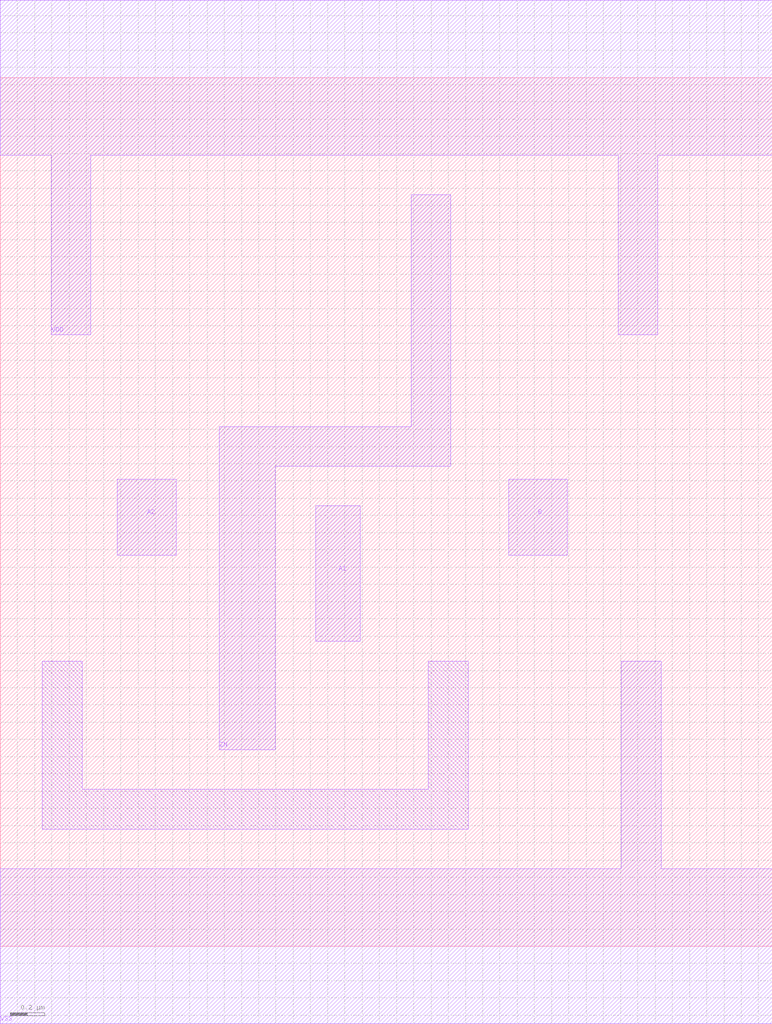
<source format=lef>
# Copyright 2022 GlobalFoundries PDK Authors
#
# Licensed under the Apache License, Version 2.0 (the "License");
# you may not use this file except in compliance with the License.
# You may obtain a copy of the License at
#
#      http://www.apache.org/licenses/LICENSE-2.0
#
# Unless required by applicable law or agreed to in writing, software
# distributed under the License is distributed on an "AS IS" BASIS,
# WITHOUT WARRANTIES OR CONDITIONS OF ANY KIND, either express or implied.
# See the License for the specific language governing permissions and
# limitations under the License.

MACRO gf180mcu_fd_sc_mcu9t5v0__oai21_1
  CLASS core ;
  FOREIGN gf180mcu_fd_sc_mcu9t5v0__oai21_1 0.0 0.0 ;
  ORIGIN 0 0 ;
  SYMMETRY X Y ;
  SITE GF018hv5v_green_sc9 ;
  SIZE 4.48 BY 5.04 ;
  PIN A1
    DIRECTION INPUT ;
    ANTENNAGATEAREA 1.707 ;
    PORT
      LAYER Metal1 ;
        POLYGON 1.83 1.77 2.09 1.77 2.09 2.555 1.83 2.555  ;
    END
  END A1
  PIN A2
    DIRECTION INPUT ;
    ANTENNAGATEAREA 1.707 ;
    PORT
      LAYER Metal1 ;
        POLYGON 0.68 2.27 1.02 2.27 1.02 2.71 0.68 2.71  ;
    END
  END A2
  PIN B
    DIRECTION INPUT ;
    ANTENNAGATEAREA 1.6145 ;
    PORT
      LAYER Metal1 ;
        POLYGON 2.95 2.27 3.29 2.27 3.29 2.71 2.95 2.71  ;
    END
  END B
  PIN ZN
    DIRECTION OUTPUT ;
    ANTENNADIFFAREA 1.9119 ;
    PORT
      LAYER Metal1 ;
        POLYGON 1.27 1.14 1.595 1.14 1.595 2.785 2.615 2.785 2.615 4.36 2.385 4.36 2.385 3.015 1.27 3.015  ;
    END
  END ZN
  PIN VDD
    DIRECTION INOUT ;
    USE power ;
    SHAPE ABUTMENT ;
    PORT
      LAYER Metal1 ;
        POLYGON 0 4.59 0.295 4.59 0.295 3.55 0.525 3.55 0.525 4.59 2.715 4.59 3.585 4.59 3.585 3.55 3.815 3.55 3.815 4.59 4.48 4.59 4.48 5.49 2.715 5.49 0 5.49  ;
    END
  END VDD
  PIN VSS
    DIRECTION INOUT ;
    USE ground ;
    SHAPE ABUTMENT ;
    PORT
      LAYER Metal1 ;
        POLYGON 0 -0.45 4.48 -0.45 4.48 0.45 3.835 0.45 3.835 1.655 3.605 1.655 3.605 0.45 0 0.45  ;
    END
  END VSS
  OBS
      LAYER Metal1 ;
        POLYGON 0.245 0.68 2.715 0.68 2.715 1.655 2.485 1.655 2.485 0.91 0.475 0.91 0.475 1.655 0.245 1.655  ;
  END
END gf180mcu_fd_sc_mcu9t5v0__oai21_1

</source>
